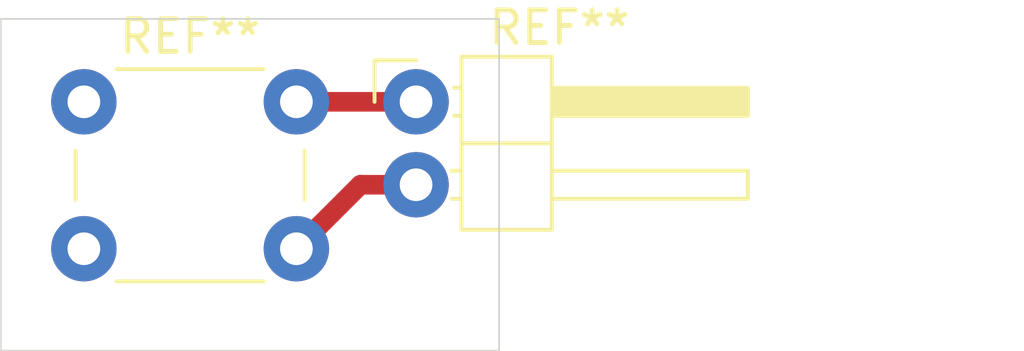
<source format=kicad_pcb>
(kicad_pcb (version 20241229) (generator "pcbnew") (generator_version "9.0")
  (layers (0 "F.Cu" signal) (2 "B.Cu" signal) (13 "F.Paste" user) (15 "B.Paste" user) (5 "F.SilkS" user "F.Silkscreen") (7 "B.SilkS" user "B.Silkscreen") (1 "F.Mask" user) (3 "B.Mask" user) (25 "Edge.Cuts" user))
  (net 0 "")
  (footprint "Connector_PinHeader_2.54mm:PinHeader_1x02_P2.54mm_Horizontal" (layer "F.Cu") (at 12.7 2.54)
    (property "Reference" "REF**" (at 4.385 -2.27 0) (layer "F.SilkS"))
    (property "Value" "PinHeader_1x02_P2.54mm_Horizontal")
    (fp_line (start -1.27 -1.27) (end 0 -1.27) (stroke (width 0.12)) (layer "F.SilkS"))
    (fp_line (start -1.27 0) (end -1.27 -1.27) (stroke (width 0.12)) (layer "F.SilkS"))
    (fp_line (start 1.077358 2.11) (end 1.39 2.11) (stroke (width 0.12)) (layer "F.SilkS"))
    (fp_line (start 1.077358 2.97) (end 1.39 2.97) (stroke (width 0.12)) (layer "F.SilkS"))
    (fp_line (start 1.16 -0.43) (end 1.39 -0.43) (stroke (width 0.12)) (layer "F.SilkS"))
    (fp_line (start 1.16 0.43) (end 1.39 0.43) (stroke (width 0.12)) (layer "F.SilkS"))
    (fp_line (start 1.39 1.27) (end 4.15 1.27) (stroke (width 0.12)) (layer "F.SilkS"))
    (fp_line (start 4.15 2.11) (end 10.15 2.11) (stroke (width 0.12)) (layer "F.SilkS"))
    (fp_line (start 10.15 2.11) (end 10.15 2.97) (stroke (width 0.12)) (layer "F.SilkS"))
    (fp_line (start 10.15 2.97) (end 4.15 2.97) (stroke (width 0.12)) (layer "F.SilkS"))
    (fp_rect (start 1.39 -1.38) (end 4.15 3.92) (stroke (width 0.12)) (fill no) (layer "F.SilkS"))
    (fp_rect (start 4.15 -0.43) (end 10.15 0.43) (stroke (width 0.12)) (fill yes) (layer "F.SilkS"))
    (pad "1" thru_hole circle (at 0 0) (size 2 2) (drill 1) (layers "*.Cu" "*.Mask"))
    (pad "2" thru_hole circle (at 0 2.54) (size 2 2) (drill 1) (layers "*.Cu" "*.Mask"))
  )
  (footprint "Button_Switch_THT:SW_PUSH_6mm" (layer "F.Cu") (at 2.54 2.54)
    (property "Reference" "REF**" (at 3.25 -2 0) (layer "F.SilkS"))
    (property "Value" "SW_PUSH_6mm")
    (fp_line (start -0.25 1.5) (end -0.25 3) (stroke (width 0.12)) (layer "F.SilkS"))
    (fp_line (start 1 5.5) (end 5.5 5.5) (stroke (width 0.12)) (layer "F.SilkS"))
    (fp_line (start 5.5 -1) (end 1 -1) (stroke (width 0.12)) (layer "F.SilkS"))
    (fp_line (start 6.75 3) (end 6.75 1.5) (stroke (width 0.12)) (layer "F.SilkS"))
    (pad "1" thru_hole circle (at 0 0 90) (size 2 2) (drill 1) (layers "*.Cu" "*.Mask"))
    (pad "1" thru_hole circle (at 6.5 0 90) (size 2 2) (drill 1) (layers "*.Cu" "*.Mask"))
    (pad "2" thru_hole circle (at 0 4.5 90) (size 2 2) (drill 1) (layers "*.Cu" "*.Mask"))
    (pad "2" thru_hole circle (at 6.5 4.5 90) (size 2 2) (drill 1) (layers "*.Cu" "*.Mask"))
  )
  (gr_rect (start 0 0) (end 15.24 10.16) (stroke (width 0.05)) (fill no) (layer "Edge.Cuts"))
  (segment (start 9.04 7.04) (end 11 5.08) (width 0.6) (layer "F.Cu") (net 0))
  (segment (start 11 5.08) (end 12.7 5.08) (width 0.6) (layer "F.Cu") (net 0))
  (segment (start 9.04 2.54) (end 12.7 2.54) (width 0.6) (layer "F.Cu") (net 0))
)
</source>
